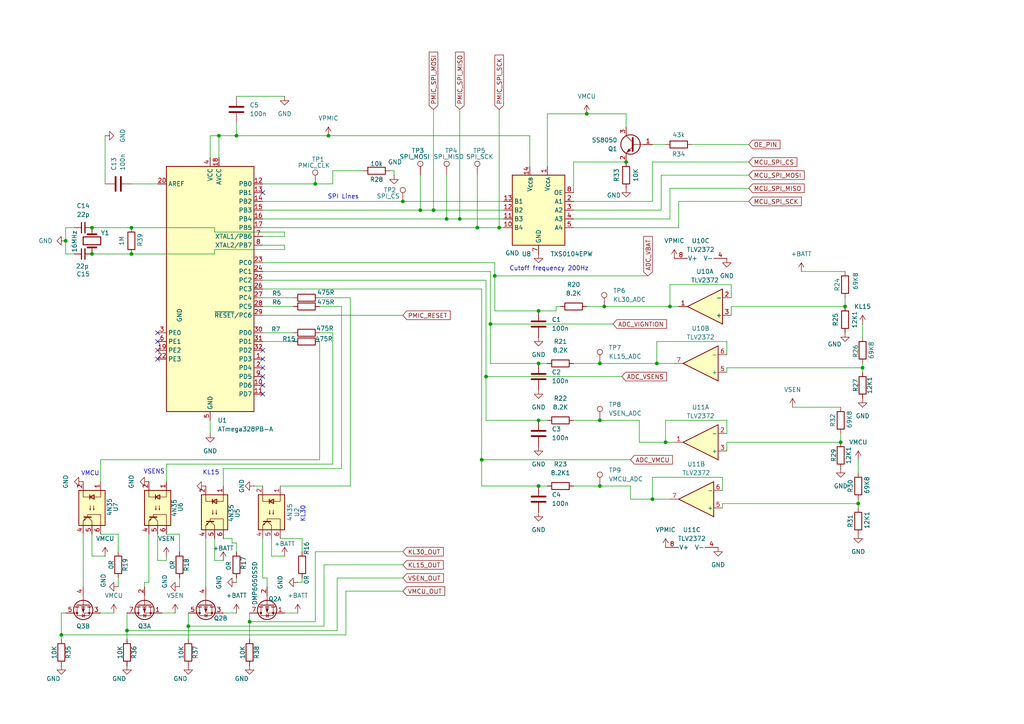
<source format=kicad_sch>
(kicad_sch (version 20250114) (generator "eeschema") (generator_version "9.0")
  (paper "A4")
  (lib_symbols
    (symbol "Amplifier_Operational:TLV2372" (pin_names (offset 0.127))
      (property "Reference" "U" (at 0 5.08 0))
      (property "Value" "TLV2372" (at 0 -5.08 0))
      (symbol "TLV2372_1_1"
        (pin input line (at -7.62 2.54 0) (length 2.54) (name "+") (number "3"))
        (pin input line (at -7.62 -2.54 0) (length 2.54) (name "-") (number "2"))
        (pin output line (at 7.62 0 180) (length 2.54) (name "~") (number "1"))
      )
      (symbol "TLV2372_2_1"
        (pin input line (at -7.62 2.54 0) (length 2.54) (name "+") (number "5"))
        (pin input line (at -7.62 -2.54 0) (length 2.54) (name "-") (number "6"))
        (pin output line (at 7.62 0 180) (length 2.54) (name "~") (number "7"))
      )
      (symbol "TLV2372_3_1"
        (pin power_in line (at -2.54 7.62 270) (length 3.81) (name "V+") (number "8"))
        (pin power_in line (at -2.54 -7.62 90) (length 3.81) (name "V-") (number "4"))
      )
    )
    (symbol "Connector:TestPoint" (pin_numbers (hide yes)) (pin_names (offset 0.762) (hide yes))
      (property "Reference" "TP" (at 0 6.858 0))
      (property "Value" "TestPoint" (at 0 5.08 0))
      (symbol "TestPoint_1_1"
        (pin passive line (at 0 0 90) (length 2.54) (name "1") (number "1"))
      )
    )
    (symbol "Device:C" (pin_numbers (hide yes)) (pin_names (offset 0.254))
      (property "Reference" "C" (at 0.635 2.54 0))
      (property "Value" "C" (at 0.635 -2.54 0))
      (symbol "C_1_1"
        (pin passive line (at 0 3.81 270) (length 2.794) (name "~") (number "1"))
        (pin passive line (at 0 -3.81 90) (length 2.794) (name "~") (number "2"))
      )
    )
    (symbol "Device:C_Small" (pin_numbers (hide yes)) (pin_names (offset 0.254) (hide yes))
      (property "Reference" "C" (at 0.254 1.778 0))
      (property "Value" "C_Small" (at 0.254 -2.032 0))
      (symbol "C_Small_1_1"
        (pin passive line (at 0 2.54 270) (length 2.032) (name "~") (number "1"))
        (pin passive line (at 0 -2.54 90) (length 2.032) (name "~") (number "2"))
      )
    )
    (symbol "Device:Crystal" (pin_numbers (hide yes)) (pin_names (offset 1.016) (hide yes))
      (property "Reference" "Y" (at 0 3.81 0))
      (property "Value" "Crystal" (at 0 -3.81 0))
      (symbol "Crystal_1_1"
        (pin passive line (at -3.81 0 0) (length 1.27) (name "1") (number "1"))
        (pin passive line (at 3.81 0 180) (length 1.27) (name "2") (number "2"))
      )
    )
    (symbol "Device:R" (pin_numbers (hide yes)) (pin_names (offset 0))
      (property "Reference" "R" (at 2.032 0 90))
      (property "Value" "R" (at 0 0 90))
      (symbol "R_1_1"
        (pin passive line (at 0 3.81 270) (length 1.27) (name "~") (number "1"))
        (pin passive line (at 0 -3.81 90) (length 1.27) (name "~") (number "2"))
      )
    )
    (symbol "Isolator:4N35" (pin_names (offset 1.016))
      (property "Reference" "U" (at -5.08 5.08 0))
      (property "Value" "4N35" (at 0 5.08 0))
      (symbol "4N35_1_1"
        (pin passive line (at -7.62 2.54 0) (length 2.54) (name "~") (number "1"))
        (pin passive line (at -7.62 -2.54 0) (length 2.54) (name "~") (number "2"))
        (pin no_connect line (at -5.08 0 0) (length 2.54) (hide yes) (name "NC") (number "3"))
        (pin passive line (at 7.62 2.54 180) (length 2.54) (name "~") (number "6"))
        (pin passive line (at 7.62 0 180) (length 2.54) (name "~") (number "5"))
        (pin passive line (at 7.62 -2.54 180) (length 2.54) (name "~") (number "4"))
      )
    )
    (symbol "Logic_LevelTranslator:TXS0104EPW"
      (property "Reference" "U" (at -7.62 11.43 0))
      (property "Value" "TXS0104EPW" (at 3.81 11.43 0))
      (symbol "TXS0104EPW_1_0"
        (pin no_connect line (at -7.62 -7.62 0) (length 2.54) (hide yes) (name "NC") (number "6"))
        (pin no_connect line (at 7.62 -7.62 180) (length 2.54) (hide yes) (name "NC") (number "9"))
      )
      (symbol "TXS0104EPW_1_1"
        (pin input line (at -10.16 5.08 0) (length 2.54) (name "OE") (number "8"))
        (pin bidirectional line (at -10.16 2.54 0) (length 2.54) (name "A1") (number "2"))
        (pin bidirectional line (at -10.16 0 0) (length 2.54) (name "A2") (number "3"))
        (pin bidirectional line (at -10.16 -2.54 0) (length 2.54) (name "A3") (number "4"))
        (pin bidirectional line (at -10.16 -5.08 0) (length 2.54) (name "A4") (number "5"))
        (pin power_in line (at -2.54 12.7 270) (length 2.54) (name "V_{CCA}") (number "1"))
        (pin power_in line (at 0 -12.7 90) (length 2.54) (name "GND") (number "7"))
        (pin power_in line (at 2.54 12.7 270) (length 2.54) (name "V_{CCB}") (number "14"))
        (pin bidirectional line (at 10.16 2.54 180) (length 2.54) (name "B1") (number "13"))
        (pin bidirectional line (at 10.16 0 180) (length 2.54) (name "B2") (number "12"))
        (pin bidirectional line (at 10.16 -2.54 180) (length 2.54) (name "B3") (number "11"))
        (pin bidirectional line (at 10.16 -5.08 180) (length 2.54) (name "B4") (number "10"))
      )
    )
    (symbol "MCU_Microchip_ATmega:ATmega328PB-A"
      (property "Reference" "U" (at -12.7 36.83 0))
      (property "Value" "ATmega328PB-A" (at 2.54 -36.83 0))
      (symbol "ATmega328PB-A_1_1"
        (pin passive line (at -15.24 30.48 0) (length 2.54) (name "AREF") (number "20"))
        (pin bidirectional line (at -15.24 -12.7 0) (length 2.54) (name "PE0") (number "3"))
        (pin bidirectional line (at -15.24 -15.24 0) (length 2.54) (name "PE1") (number "6"))
        (pin bidirectional line (at -15.24 -17.78 0) (length 2.54) (name "PE2") (number "19"))
        (pin bidirectional line (at -15.24 -20.32 0) (length 2.54) (name "PE3") (number "22"))
        (pin power_in line (at 0 38.1 270) (length 2.54) (name "VCC") (number "4"))
        (pin passive line (at 0 -38.1 90) (length 2.54) (hide yes) (name "GND") (number "21"))
        (pin power_in line (at 0 -38.1 90) (length 2.54) (name "GND") (number "5"))
        (pin power_in line (at 2.54 38.1 270) (length 2.54) (name "AVCC") (number "18"))
        (pin bidirectional line (at 15.24 30.48 180) (length 2.54) (name "PB0") (number "12"))
        (pin bidirectional line (at 15.24 27.94 180) (length 2.54) (name "PB1") (number "13"))
        (pin bidirectional line (at 15.24 25.4 180) (length 2.54) (name "PB2") (number "14"))
        (pin bidirectional line (at 15.24 22.86 180) (length 2.54) (name "PB3") (number "15"))
        (pin bidirectional line (at 15.24 20.32 180) (length 2.54) (name "PB4") (number "16"))
        (pin bidirectional line (at 15.24 17.78 180) (length 2.54) (name "PB5") (number "17"))
        (pin bidirectional line (at 15.24 15.24 180) (length 2.54) (name "XTAL1/PB6") (number "7"))
        (pin bidirectional line (at 15.24 12.7 180) (length 2.54) (name "XTAL2/PB7") (number "8"))
        (pin bidirectional line (at 15.24 7.62 180) (length 2.54) (name "PC0") (number "23"))
        (pin bidirectional line (at 15.24 5.08 180) (length 2.54) (name "PC1") (number "24"))
        (pin bidirectional line (at 15.24 2.54 180) (length 2.54) (name "PC2") (number "25"))
        (pin bidirectional line (at 15.24 0 180) (length 2.54) (name "PC3") (number "26"))
        (pin bidirectional line (at 15.24 -2.54 180) (length 2.54) (name "PC4") (number "27"))
        (pin bidirectional line (at 15.24 -5.08 180) (length 2.54) (name "PC5") (number "28"))
        (pin bidirectional line (at 15.24 -7.62 180) (length 2.54) (name "~{RESET}/PC6") (number "29"))
        (pin bidirectional line (at 15.24 -12.7 180) (length 2.54) (name "PD0") (number "30"))
        (pin bidirectional line (at 15.24 -15.24 180) (length 2.54) (name "PD1") (number "31"))
        (pin bidirectional line (at 15.24 -17.78 180) (length 2.54) (name "PD2") (number "32"))
        (pin bidirectional line (at 15.24 -20.32 180) (length 2.54) (name "PD3") (number "1"))
        (pin bidirectional line (at 15.24 -22.86 180) (length 2.54) (name "PD4") (number "2"))
        (pin bidirectional line (at 15.24 -25.4 180) (length 2.54) (name "PD5") (number "9"))
        (pin bidirectional line (at 15.24 -27.94 180) (length 2.54) (name "PD6") (number "10"))
        (pin bidirectional line (at 15.24 -30.48 180) (length 2.54) (name "PD7") (number "11"))
      )
    )
    (symbol "Transistor_BJT:SS8050" (pin_names (offset 0) (hide yes))
      (property "Reference" "Q" (at 5.08 1.905 0))
      (property "Value" "SS8050" (at 5.08 0 0))
      (symbol "SS8050_1_1"
        (pin input line (at -5.08 0 0) (length 2.54) (name "B") (number "1"))
        (pin passive line (at 2.54 5.08 270) (length 2.54) (name "C") (number "3"))
        (pin passive line (at 2.54 -5.08 90) (length 2.54) (name "E") (number "2"))
      )
    )
    (symbol "Transistor_FET:DMP6050SSD" (pin_names (hide yes))
      (property "Reference" "Q" (at 5.08 1.905 0))
      (property "Value" "DMP6050SSD" (at 5.08 0 0))
      (symbol "DMP6050SSD_1_1"
        (pin input line (at -5.08 0 0) (length 2.54) (name "G1") (number "2"))
        (pin passive line (at 2.54 5.08 270) (length 2.54) (name "D1") (number "7"))
        (pin passive line (at 2.54 5.08 270) (length 2.54) (hide yes) (name "D1") (number "8"))
        (pin passive line (at 2.54 -5.08 90) (length 2.54) (name "S1") (number "1"))
      )
      (symbol "DMP6050SSD_2_1"
        (pin input line (at -5.08 0 0) (length 2.54) (name "G2") (number "4"))
        (pin passive line (at 2.54 5.08 270) (length 2.54) (name "D2") (number "5"))
        (pin passive line (at 2.54 5.08 270) (length 2.54) (hide yes) (name "D2") (number "6"))
        (pin passive line (at 2.54 -5.08 90) (length 2.54) (name "S2") (number "3"))
      )
    )
    (symbol "power:+3V3" (power) (pin_numbers (hide yes)) (pin_names (offset 0) (hide yes))
      (property "Value" "+3V3" (at 0 3.556 0))
      (symbol "+3V3_1_1"
        (pin power_in line (at 0 0 90) (length 0) (name "~") (number "1"))
      )
    )
    (symbol "power:+5V" (power) (pin_numbers (hide yes)) (pin_names (offset 0) (hide yes))
      (property "Value" "+5V" (at 0 3.556 0))
      (symbol "+5V_1_1"
        (pin power_in line (at 0 0 90) (length 0) (name "~") (number "1"))
      )
    )
    (symbol "power:+5VP" (power) (pin_numbers (hide yes)) (pin_names (offset 0) (hide yes))
      (property "Value" "+5VP" (at 0 3.556 0))
      (symbol "+5VP_1_1"
        (pin power_in line (at 0 0 90) (length 0) (name "~") (number "1"))
      )
    )
    (symbol "power:+BATT" (power) (pin_numbers (hide yes)) (pin_names (offset 0) (hide yes))
      (property "Value" "+BATT" (at 0 3.556 0))
      (symbol "+BATT_1_1"
        (pin power_in line (at 0 0 90) (length 0) (name "~") (number "1"))
      )
    )
    (symbol "power:+VSW" (power) (pin_numbers (hide yes)) (pin_names (offset 0) (hide yes))
      (property "Value" "+VSW" (at 0 3.556 0))
      (symbol "+VSW_1_1"
        (pin power_in line (at 0 0 90) (length 0) (name "~") (number "1"))
      )
    )
    (symbol "power:GND" (power) (pin_numbers (hide yes)) (pin_names (offset 0) (hide yes))
      (property "Value" "GND" (at 0 -3.81 0))
      (symbol "GND_1_1"
        (pin power_in line (at 0 0 270) (length 0) (name "~") (number "1"))
      )
    )
  )
  (text "KL15" (at 61.214 137.16 0) (effects (font (size 1.27 1.27))))
  (text "Cutoff frequency 200Hz" (at 159.258 77.978 0) (effects (font (size 1.27 1.27))))
  (text "VMCU" (at 26.162 137.414 0) (effects (font (size 1.27 1.27))))
  (text "KL30" (at 87.884 149.098 90) (effects (font (size 1.27 1.27))))
  (text "SPI Lines\n" (at 99.568 57.15 0) (effects (font (size 1.27 1.27))))
  (text "VSENS" (at 44.704 136.906 0) (effects (font (size 1.27 1.27))))
  (junction (at 142.24 93.98))
  (junction (at 156.21 90.17))
  (junction (at 243.84 128.27))
  (junction (at 116.84 58.42))
  (junction (at 121.92 60.96))
  (junction (at 250.19 106.68))
  (junction (at 26.67 73.66))
  (junction (at 125.73 60.96))
  (junction (at 190.5 105.41))
  (junction (at 36.83 182.88))
  (junction (at 19.05 69.85))
  (junction (at 17.78 184.15))
  (junction (at 173.99 121.92))
  (junction (at 54.61 181.61))
  (junction (at 139.7 133.35))
  (junction (at 143.51 80.01))
  (junction (at 194.31 88.9))
  (junction (at 91.44 53.34))
  (junction (at 170.18 33.02))
  (junction (at 156.21 105.41))
  (junction (at 138.43 66.04))
  (junction (at 245.11 88.9))
  (junction (at 181.61 46.99))
  (junction (at 95.25 39.37))
  (junction (at 38.1 73.66))
  (junction (at 173.99 105.41))
  (junction (at 173.99 140.97))
  (junction (at 129.54 63.5))
  (junction (at 144.78 66.04))
  (junction (at 26.67 66.04))
  (junction (at 248.92 146.05))
  (junction (at 156.21 121.92))
  (junction (at 68.58 39.37))
  (junction (at 72.39 180.34))
  (junction (at 133.35 63.5))
  (junction (at 38.1 66.04))
  (junction (at 189.23 144.78))
  (junction (at 175.26 88.9))
  (junction (at 156.21 140.97))
  (junction (at 63.5 39.37))
  (junction (at 140.97 109.22))
  (junction (at 193.04 128.27))
  (no_connect (at 76.2 104.14))
  (no_connect (at 76.2 114.3))
  (no_connect (at 45.72 96.52))
  (no_connect (at 45.72 104.14))
  (no_connect (at 76.2 111.76))
  (no_connect (at 45.72 99.06))
  (no_connect (at 76.2 106.68))
  (no_connect (at 76.2 55.88))
  (no_connect (at 45.72 101.6))
  (no_connect (at 76.2 109.22))
  (no_connect (at 76.2 101.6))
  (wire (pts (xy 166.37 46.99) (xy 166.37 55.88)))
  (wire (pts (xy 166.37 58.42) (xy 189.23 58.42)))
  (wire (pts (xy 200.66 41.91) (xy 217.17 41.91)))
  (wire (pts (xy 92.71 133.35) (xy 29.21 133.35)))
  (wire (pts (xy 196.85 66.04) (xy 196.85 58.42)))
  (wire (pts (xy 181.61 46.99) (xy 166.37 46.99)))
  (wire (pts (xy 190.5 105.41) (xy 195.58 105.41)))
  (wire (pts (xy 143.51 80.01) (xy 187.96 80.01)))
  (wire (pts (xy 245.11 88.9) (xy 212.09 88.9)))
  (wire (pts (xy 63.5 39.37) (xy 63.5 45.72)))
  (wire (pts (xy 189.23 144.78) (xy 194.31 144.78)))
  (wire (pts (xy 156.21 121.92) (xy 158.75 121.92)))
  (wire (pts (xy 68.58 167.64) (xy 68.58 168.91)))
  (wire (pts (xy 196.85 58.42) (xy 217.17 58.42)))
  (wire (pts (xy 62.23 67.31) (xy 82.55 67.31)))
  (wire (pts (xy 64.77 135.89) (xy 64.77 140.97)))
  (wire (pts (xy 162.56 88.9) (xy 161.29 88.9)))
  (wire (pts (xy 92.71 88.9) (xy 99.06 88.9)))
  (wire (pts (xy 140.97 109.22) (xy 180.34 109.22)))
  (wire (pts (xy 143.51 80.01) (xy 143.51 90.17)))
  (wire (pts (xy 19.05 69.85) (xy 19.05 73.66)))
  (wire (pts (xy 76.2 78.74) (xy 142.24 78.74)))
  (wire (pts (xy 60.96 39.37) (xy 60.96 45.72)))
  (wire (pts (xy 93.98 181.61) (xy 93.98 163.83)))
  (wire (pts (xy 133.35 63.5) (xy 146.05 63.5)))
  (wire (pts (xy 62.23 73.66) (xy 38.1 73.66)))
  (wire (pts (xy 92.71 99.06) (xy 92.71 133.35)))
  (wire (pts (xy 26.67 66.04) (xy 38.1 66.04)))
  (wire (pts (xy 156.21 90.17) (xy 161.29 90.17)))
  (wire (pts (xy 139.7 140.97) (xy 156.21 140.97)))
  (wire (pts (xy 156.21 105.41) (xy 158.75 105.41)))
  (wire (pts (xy 250.19 106.68) (xy 210.82 106.68)))
  (wire (pts (xy 100.33 184.15) (xy 100.33 171.45)))
  (wire (pts (xy 96.52 53.34) (xy 96.52 49.53)))
  (wire (pts (xy 97.79 182.88) (xy 97.79 167.64)))
  (wire (pts (xy 114.3 49.53) (xy 114.3 50.8)))
  (wire (pts (xy 30.48 161.29) (xy 26.67 161.29)))
  (wire (pts (xy 76.2 88.9) (xy 85.09 88.9)))
  (wire (pts (xy 34.29 167.64) (xy 34.29 170.18)))
  (wire (pts (xy 82.55 72.39) (xy 62.23 72.39)))
  (wire (pts (xy 248.92 146.05) (xy 248.92 147.32)))
  (wire (pts (xy 143.51 90.17) (xy 156.21 90.17)))
  (wire (pts (xy 82.55 67.31) (xy 82.55 68.58)))
  (wire (pts (xy 142.24 105.41) (xy 156.21 105.41)))
  (wire (pts (xy 121.92 60.96) (xy 125.73 60.96)))
  (wire (pts (xy 52.07 167.64) (xy 52.07 170.18)))
  (wire (pts (xy 59.69 156.21) (xy 59.69 170.18)))
  (wire (pts (xy 248.92 133.35) (xy 248.92 137.16)))
  (wire (pts (xy 26.67 161.29) (xy 26.67 154.94)))
  (wire (pts (xy 101.6 86.36) (xy 101.6 140.97)))
  (wire (pts (xy 91.44 160.02) (xy 116.84 160.02)))
  (wire (pts (xy 92.71 96.52) (xy 96.52 96.52)))
  (wire (pts (xy 30.48 53.34) (xy 30.48 39.37)))
  (wire (pts (xy 125.73 60.96) (xy 146.05 60.96)))
  (wire (pts (xy 158.75 33.02) (xy 158.75 48.26)))
  (wire (pts (xy 140.97 81.28) (xy 140.97 109.22)))
  (wire (pts (xy 97.79 167.64) (xy 116.84 167.64)))
  (wire (pts (xy 166.37 105.41) (xy 173.99 105.41)))
  (wire (pts (xy 68.58 39.37) (xy 68.58 35.56)))
  (wire (pts (xy 185.42 121.92) (xy 185.42 128.27)))
  (wire (pts (xy 170.18 33.02) (xy 181.61 33.02)))
  (wire (pts (xy 76.2 66.04) (xy 138.43 66.04)))
  (wire (pts (xy 210.82 125.73) (xy 210.82 121.92)))
  (wire (pts (xy 45.72 154.94) (xy 45.72 162.56)))
  (wire (pts (xy 210.82 106.68) (xy 210.82 107.95)))
  (wire (pts (xy 100.33 171.45) (xy 116.84 171.45)))
  (wire (pts (xy 138.43 50.8) (xy 138.43 66.04)))
  (wire (pts (xy 166.37 60.96) (xy 191.77 60.96)))
  (wire (pts (xy 68.58 27.94) (xy 82.55 27.94)))
  (wire (pts (xy 243.84 128.27) (xy 210.82 128.27)))
  (wire (pts (xy 46.99 177.8) (xy 50.8 177.8)))
  (wire (pts (xy 19.05 69.85) (xy 19.05 66.04)))
  (wire (pts (xy 17.78 184.15) (xy 100.33 184.15)))
  (wire (pts (xy 72.39 180.34) (xy 91.44 180.34)))
  (wire (pts (xy 248.92 144.78) (xy 248.92 146.05)))
  (wire (pts (xy 191.77 50.8) (xy 217.17 50.8)))
  (wire (pts (xy 67.31 157.48) (xy 68.58 157.48)))
  (wire (pts (xy 133.35 31.75) (xy 133.35 63.5)))
  (wire (pts (xy 144.78 66.04) (xy 146.05 66.04)))
  (wire (pts (xy 26.67 73.66) (xy 38.1 73.66)))
  (wire (pts (xy 62.23 66.04) (xy 62.23 67.31)))
  (wire (pts (xy 248.92 146.05) (xy 209.55 146.05)))
  (wire (pts (xy 113.03 49.53) (xy 114.3 49.53)))
  (wire (pts (xy 76.2 86.36) (xy 85.09 86.36)))
  (wire (pts (xy 175.26 88.9) (xy 194.31 88.9)))
  (wire (pts (xy 72.39 177.8) (xy 72.39 180.34)))
  (wire (pts (xy 189.23 41.91) (xy 193.04 41.91)))
  (wire (pts (xy 139.7 83.82) (xy 139.7 133.35)))
  (wire (pts (xy 68.58 39.37) (xy 63.5 39.37)))
  (wire (pts (xy 77.47 167.64) (xy 77.47 170.18)))
  (wire (pts (xy 181.61 33.02) (xy 181.61 36.83)))
  (wire (pts (xy 166.37 140.97) (xy 173.99 140.97)))
  (wire (pts (xy 189.23 46.99) (xy 217.17 46.99)))
  (wire (pts (xy 95.25 39.37) (xy 68.58 39.37)))
  (wire (pts (xy 87.63 156.21) (xy 81.28 156.21)))
  (wire (pts (xy 76.2 53.34) (xy 91.44 53.34)))
  (wire (pts (xy 78.74 161.29) (xy 82.55 161.29)))
  (wire (pts (xy 52.07 154.94) (xy 52.07 160.02)))
  (wire (pts (xy 76.2 167.64) (xy 77.47 167.64)))
  (wire (pts (xy 36.83 182.88) (xy 97.79 182.88)))
  (wire (pts (xy 29.21 154.94) (xy 34.29 154.94)))
  (wire (pts (xy 29.21 133.35) (xy 29.21 139.7)))
  (wire (pts (xy 250.19 106.68) (xy 250.19 107.95)))
  (wire (pts (xy 91.44 53.34) (xy 96.52 53.34)))
  (wire (pts (xy 161.29 88.9) (xy 161.29 90.17)))
  (wire (pts (xy 64.77 177.8) (xy 68.58 177.8)))
  (wire (pts (xy 17.78 184.15) (xy 17.78 177.8)))
  (wire (pts (xy 212.09 88.9) (xy 212.09 91.44)))
  (wire (pts (xy 48.26 161.29) (xy 48.26 162.56)))
  (wire (pts (xy 193.04 121.92) (xy 193.04 128.27)))
  (wire (pts (xy 76.2 58.42) (xy 116.84 58.42)))
  (wire (pts (xy 173.99 140.97) (xy 182.88 140.97)))
  (wire (pts (xy 76.2 140.97) (xy 73.66 140.97)))
  (wire (pts (xy 54.61 181.61) (xy 54.61 185.42)))
  (wire (pts (xy 245.11 86.36) (xy 245.11 88.9)))
  (wire (pts (xy 232.41 78.74) (xy 245.11 78.74)))
  (wire (pts (xy 19.05 66.04) (xy 21.59 66.04)))
  (wire (pts (xy 67.31 156.21) (xy 64.77 156.21)))
  (wire (pts (xy 91.44 180.34) (xy 91.44 160.02)))
  (wire (pts (xy 125.73 31.75) (xy 125.73 60.96)))
  (wire (pts (xy 142.24 93.98) (xy 177.8 93.98)))
  (wire (pts (xy 38.1 66.04) (xy 62.23 66.04)))
  (wire (pts (xy 92.71 86.36) (xy 101.6 86.36)))
  (wire (pts (xy 193.04 128.27) (xy 195.58 128.27)))
  (wire (pts (xy 62.23 156.21) (xy 62.23 162.56)))
  (wire (pts (xy 229.87 118.11) (xy 243.84 118.11)))
  (wire (pts (xy 209.55 142.24) (xy 209.55 138.43)))
  (wire (pts (xy 175.26 88.9) (xy 170.18 88.9)))
  (wire (pts (xy 189.23 138.43) (xy 189.23 144.78)))
  (wire (pts (xy 76.2 76.2) (xy 143.51 76.2)))
  (wire (pts (xy 82.55 71.12) (xy 82.55 72.39)))
  (wire (pts (xy 139.7 133.35) (xy 139.7 140.97)))
  (wire (pts (xy 194.31 63.5) (xy 194.31 54.61)))
  (wire (pts (xy 68.58 157.48) (xy 68.58 160.02)))
  (wire (pts (xy 143.51 76.2) (xy 143.51 80.01)))
  (wire (pts (xy 144.78 31.75) (xy 144.78 66.04)))
  (wire (pts (xy 76.2 60.96) (xy 121.92 60.96)))
  (wire (pts (xy 17.78 185.42) (xy 17.78 184.15)))
  (wire (pts (xy 36.83 182.88) (xy 36.83 185.42)))
  (wire (pts (xy 76.2 63.5) (xy 129.54 63.5)))
  (wire (pts (xy 140.97 121.92) (xy 156.21 121.92)))
  (wire (pts (xy 153.67 39.37) (xy 153.67 48.26)))
  (wire (pts (xy 76.2 96.52) (xy 85.09 96.52)))
  (wire (pts (xy 182.88 133.35) (xy 139.7 133.35)))
  (wire (pts (xy 96.52 49.53) (xy 105.41 49.53)))
  (wire (pts (xy 158.75 33.02) (xy 170.18 33.02)))
  (wire (pts (xy 76.2 71.12) (xy 82.55 71.12)))
  (wire (pts (xy 76.2 83.82) (xy 139.7 83.82)))
  (wire (pts (xy 212.09 82.55) (xy 194.31 82.55)))
  (wire (pts (xy 17.78 177.8) (xy 19.05 177.8)))
  (wire (pts (xy 93.98 163.83) (xy 116.84 163.83)))
  (wire (pts (xy 60.96 121.92) (xy 60.96 125.73)))
  (wire (pts (xy 185.42 128.27) (xy 193.04 128.27)))
  (wire (pts (xy 210.82 99.06) (xy 190.5 99.06)))
  (wire (pts (xy 209.55 138.43) (xy 189.23 138.43)))
  (wire (pts (xy 62.23 162.56) (xy 64.77 162.56)))
  (wire (pts (xy 76.2 99.06) (xy 85.09 99.06)))
  (wire (pts (xy 41.91 168.91) (xy 41.91 170.18)))
  (wire (pts (xy 210.82 128.27) (xy 210.82 130.81)))
  (wire (pts (xy 48.26 134.62) (xy 96.52 134.62)))
  (wire (pts (xy 182.88 144.78) (xy 189.23 144.78)))
  (wire (pts (xy 210.82 102.87) (xy 210.82 99.06)))
  (wire (pts (xy 54.61 181.61) (xy 93.98 181.61)))
  (wire (pts (xy 78.74 156.21) (xy 78.74 161.29)))
  (wire (pts (xy 72.39 180.34) (xy 72.39 185.42)))
  (wire (pts (xy 87.63 168.91) (xy 86.36 168.91)))
  (wire (pts (xy 166.37 66.04) (xy 196.85 66.04)))
  (wire (pts (xy 166.37 121.92) (xy 173.99 121.92)))
  (wire (pts (xy 48.26 134.62) (xy 48.26 139.7)))
  (wire (pts (xy 60.96 39.37) (xy 63.5 39.37)))
  (wire (pts (xy 194.31 54.61) (xy 217.17 54.61)))
  (wire (pts (xy 96.52 96.52) (xy 96.52 134.62)))
  (wire (pts (xy 19.05 73.66) (xy 21.59 73.66)))
  (wire (pts (xy 129.54 50.8) (xy 129.54 63.5)))
  (wire (pts (xy 48.26 154.94) (xy 52.07 154.94)))
  (wire (pts (xy 129.54 63.5) (xy 133.35 63.5)))
  (wire (pts (xy 45.72 162.56) (xy 48.26 162.56)))
  (wire (pts (xy 82.55 68.58) (xy 76.2 68.58)))
  (wire (pts (xy 189.23 58.42) (xy 189.23 46.99)))
  (wire (pts (xy 173.99 105.41) (xy 190.5 105.41)))
  (wire (pts (xy 116.84 58.42) (xy 146.05 58.42)))
  (wire (pts (xy 191.77 60.96) (xy 191.77 50.8)))
  (wire (pts (xy 99.06 88.9) (xy 99.06 135.89)))
  (wire (pts (xy 194.31 88.9) (xy 196.85 88.9)))
  (wire (pts (xy 209.55 146.05) (xy 209.55 147.32)))
  (wire (pts (xy 54.61 177.8) (xy 54.61 181.61)))
  (wire (pts (xy 87.63 156.21) (xy 87.63 160.02)))
  (wire (pts (xy 36.83 177.8) (xy 36.83 182.88)))
  (wire (pts (xy 138.43 66.04) (xy 144.78 66.04)))
  (wire (pts (xy 29.21 177.8) (xy 33.02 177.8)))
  (wire (pts (xy 76.2 81.28) (xy 140.97 81.28)))
  (wire (pts (xy 166.37 63.5) (xy 194.31 63.5)))
  (wire (pts (xy 140.97 109.22) (xy 140.97 121.92)))
  (wire (pts (xy 210.82 121.92) (xy 193.04 121.92)))
  (wire (pts (xy 250.19 93.98) (xy 250.19 97.79)))
  (wire (pts (xy 156.21 140.97) (xy 158.75 140.97)))
  (wire (pts (xy 76.2 156.21) (xy 76.2 167.64)))
  (wire (pts (xy 99.06 135.89) (xy 64.77 135.89)))
  (wire (pts (xy 194.31 82.55) (xy 194.31 88.9)))
  (wire (pts (xy 43.18 154.94) (xy 43.18 168.91)))
  (wire (pts (xy 243.84 125.73) (xy 243.84 128.27)))
  (wire (pts (xy 82.55 177.8) (xy 86.36 177.8)))
  (wire (pts (xy 43.18 168.91) (xy 41.91 168.91)))
  (wire (pts (xy 67.31 157.48) (xy 67.31 156.21)))
  (wire (pts (xy 34.29 154.94) (xy 34.29 160.02)))
  (wire (pts (xy 62.23 72.39) (xy 62.23 73.66)))
  (wire (pts (xy 142.24 78.74) (xy 142.24 93.98)))
  (wire (pts (xy 81.28 140.97) (xy 101.6 140.97)))
  (wire (pts (xy 95.25 39.37) (xy 153.67 39.37)))
  (wire (pts (xy 38.1 53.34) (xy 45.72 53.34)))
  (wire (pts (xy 87.63 167.64) (xy 87.63 168.91)))
  (wire (pts (xy 121.92 50.8) (xy 121.92 60.96)))
  (wire (pts (xy 24.13 154.94) (xy 24.13 170.18)))
  (wire (pts (xy 173.99 121.92) (xy 185.42 121.92)))
  (wire (pts (xy 212.09 86.36) (xy 212.09 82.55)))
  (wire (pts (xy 250.19 105.41) (xy 250.19 106.68)))
  (wire (pts (xy 190.5 99.06) (xy 190.5 105.41)))
  (wire (pts (xy 142.24 93.98) (xy 142.24 105.41)))
  (wire (pts (xy 76.2 91.44) (xy 116.84 91.44)))
  (wire (pts (xy 182.88 140.97) (xy 182.88 144.78)))
  (global_label "MCU_SPI_MOSI" (shape input) (at 217.17 50.8 0) (property "Intersheetrefs" "${INTERSHEET_REFS}" (effects (hide yes))))
  (global_label "KL15_OUT" (shape input) (at 116.84 163.83 0) (property "Intersheetrefs" "${INTERSHEET_REFS}" (effects (hide yes))))
  (global_label "OE_PIN" (shape input) (at 217.17 41.91 0) (property "Intersheetrefs" "${INTERSHEET_REFS}" (effects (hide yes))))
  (global_label "ADC_VMCU" (shape input) (at 182.88 133.35 0) (property "Intersheetrefs" "${INTERSHEET_REFS}" (effects (hide yes))))
  (global_label "VSEN_OUT" (shape input) (at 116.84 167.64 0) (property "Intersheetrefs" "${INTERSHEET_REFS}" (effects (hide yes))))
  (global_label "PMIC_SPI_MOSI" (shape input) (at 125.73 31.75 90) (property "Intersheetrefs" "${INTERSHEET_REFS}" (effects (hide yes))))
  (global_label "KL30_OUT" (shape input) (at 116.84 160.02 0) (property "Intersheetrefs" "${INTERSHEET_REFS}" (effects (hide yes))))
  (global_label "ADC_VIGNTION" (shape input) (at 177.8 93.98 0) (property "Intersheetrefs" "${INTERSHEET_REFS}" (effects (hide yes))))
  (global_label "ADC_VBAT" (shape input) (at 187.96 80.01 90) (property "Intersheetrefs" "${INTERSHEET_REFS}" (effects (hide yes))))
  (global_label "MCU_SPI_SCK" (shape input) (at 217.17 58.42 0) (property "Intersheetrefs" "${INTERSHEET_REFS}" (effects (hide yes))))
  (global_label "MCU_SPI_MISO" (shape input) (at 217.17 54.61 0) (property "Intersheetrefs" "${INTERSHEET_REFS}" (effects (hide yes))))
  (global_label "PMIC_RESET" (shape input) (at 116.84 91.44 0) (property "Intersheetrefs" "${INTERSHEET_REFS}" (effects (hide yes))))
  (global_label "PMIC_SPI_SCK" (shape input) (at 144.78 31.75 90) (property "Intersheetrefs" "${INTERSHEET_REFS}" (effects (hide yes))))
  (global_label "MCU_SPI_CS" (shape input) (at 217.17 46.99 0) (property "Intersheetrefs" "${INTERSHEET_REFS}" (effects (hide yes))))
  (global_label "VMCU_OUT" (shape input) (at 116.84 171.45 0) (property "Intersheetrefs" "${INTERSHEET_REFS}" (effects (hide yes))))
  (global_label "ADC_VSENS" (shape input) (at 180.34 109.22 0) (property "Intersheetrefs" "${INTERSHEET_REFS}" (effects (hide yes))))
  (global_label "PMIC_SPI_MISO" (shape input) (at 133.35 31.75 90) (property "Intersheetrefs" "${INTERSHEET_REFS}" (effects (hide yes))))
  (symbol (lib_id "Connector:TestPoint") (at 173.99 121.92 0) (unit 1)
    (property "Reference" "TP8" (at 176.53 117.3479 0) (effects (justify left)))
    (property "Value" "VSEN_ADC" (at 176.53 119.8879 0) (effects (justify left)))
    (property "Footprint" "TestPoint:TestPoint_Pad_1.0x1.0mm" (effects (hide yes)))
    (property "Description" "test point" (effects (hide yes)))
  )
  (symbol (lib_id "power:+3V3") (at 33.02 177.8 0) (unit 1)
    (property "Reference" "#PWR053" (effects (hide yes)))
    (property "Value" "VMCU" (at 33.02 172.72 0))
    (property "Description" "Power symbol creates a global label with name \"+3V3\"" (effects (hide yes)))
  )
  (symbol (lib_id "Device:C") (at 156.21 125.73 0) (unit 1)
    (property "Reference" "C3" (at 160.02 124.4599 0) (effects (justify left)))
    (property "Value" "100n" (at 160.02 126.9999 0) (effects (justify left)))
    (property "Footprint" "Capacitor_SMD:C_0603_1608Metric_Pad1.08x0.95mm_HandSolder" (effects (hide yes)))
    (property "Description" "Unpolarized capacitor" (effects (hide yes)))
  )
  (symbol (lib_id "Device:C") (at 156.21 109.22 0) (unit 1)
    (property "Reference" "C2" (at 160.02 107.9499 0) (effects (justify left)))
    (property "Value" "100n" (at 160.02 110.4899 0) (effects (justify left)))
    (property "Footprint" "Capacitor_SMD:C_0603_1608Metric_Pad1.08x0.95mm_HandSolder" (effects (hide yes)))
    (property "Description" "Unpolarized capacitor" (effects (hide yes)))
  )
  (symbol (lib_id "Transistor_FET:DMP6050SSD") (at 41.91 175.26 90) (mirror x) (unit 1)
    (property "Reference" "Q3" (at 41.91 181.61 90))
    (property "Value" "DMP6050SSD" (effects (hide yes)))
    (property "Footprint" "Package_SO:SOIC-8_3.9x4.9mm_P1.27mm" (effects (hide yes)))
    (property "Datasheet" "https://www.diodes.com/assets/Datasheets/DMP6050SSD.pdf" (effects (hide yes)))
    (property "Description" "-11.3A Id, -60V Vds, P-Channel Power MOSFET, 55mOhm Ron, 11.9nC Qg (typ), SO-8" (effects (hide yes)))
  )
  (symbol (lib_id "power:GND") (at 17.78 193.04 0) (unit 1)
    (property "Reference" "#PWR058" (effects (hide yes)))
    (property "Value" "GND" (at 15.494 196.85 0))
    (property "Description" "Power symbol creates a global label with name \"GND\" , ground" (effects (hide yes)))
  )
  (symbol (lib_id "power:GND") (at 59.69 140.97 270) (unit 1)
    (property "Reference" "#PWR04" (effects (hide yes)))
    (property "Value" "GND" (at 52.07 91.44 0))
    (property "Description" "Power symbol creates a global label with name \"GND\" , ground" (effects (hide yes)))
  )
  (symbol (lib_id "Device:Crystal") (at 26.67 69.85 90) (unit 1)
    (property "Reference" "Y1" (at 29.21 67.564 90) (effects (justify right)))
    (property "Value" "16MHz" (at 21.59 66.802 0) (effects (justify right)))
    (property "Footprint" "Crystal:Crystal_HC52-8mm_Horizontal" (effects (hide yes)))
    (property "Description" "Two pin crystal" (effects (hide yes)))
  )
  (symbol (lib_id "Device:R") (at 181.61 50.8 0) (unit 1)
    (property "Reference" "R33" (at 178.816 50.8 90))
    (property "Value" "10K" (at 184.404 50.8 90))
    (property "Footprint" "Resistor_SMD:R_0603_1608Metric_Pad0.98x0.95mm_HandSolder" (effects (hide yes)))
    (property "Description" "Resistor" (effects (hide yes)))
  )
  (symbol (lib_id "Device:R") (at 52.07 163.83 0) (unit 1)
    (property "Reference" "R18" (at 54.102 163.83 90))
    (property "Value" "0R" (at 50.038 163.83 90))
    (property "Footprint" "Resistor_SMD:R_0603_1608Metric_Pad0.98x0.95mm_HandSolder" (effects (hide yes)))
    (property "Description" "Resistor" (effects (hide yes)))
  )
  (symbol (lib_id "Amplifier_Operational:TLV2372") (at 201.93 144.78 180) (unit 2)
    (property "Reference" "U11" (at 201.93 134.62 0))
    (property "Value" "TLV2372" (at 201.93 137.16 0))
    (property "Footprint" "Package_SO:SOIC-8_5.3x6.2mm_P1.27mm" (effects (hide yes)))
    (property "Datasheet" "http://www.ti.com/lit/ds/symlink/tlv2375.pdf" (effects (hide yes)))
    (property "Description" "Dual Rail-to-Rail Input/Output Operational Amplifier, DIP-8/SOIC-8/VSSOP-8" (effects (hide yes)))
  )
  (symbol (lib_id "power:+BATT") (at 86.36 177.8 0) (unit 1)
    (property "Reference" "#PWR059" (effects (hide yes)))
    (property "Value" "+BATT" (at 86.36 172.72 0))
    (property "Description" "Power symbol creates a global label with name \"+BATT\"" (effects (hide yes)))
  )
  (symbol (lib_id "power:GND") (at 114.3 50.8 0) (unit 1)
    (property "Reference" "#PWR047" (effects (hide yes)))
    (property "Value" "GND" (at 114.554 46.99 0))
    (property "Description" "Power symbol creates a global label with name \"GND\" , ground" (effects (hide yes)))
  )
  (symbol (lib_id "power:GND") (at 245.11 96.52 0) (unit 1)
    (property "Reference" "#PWR041" (effects (hide yes)))
    (property "Value" "GND" (at 242.062 99.822 0))
    (property "Description" "Power symbol creates a global label with name \"GND\" , ground" (effects (hide yes)))
  )
  (symbol (lib_id "Transistor_FET:DMP6050SSD") (at 59.69 175.26 90) (mirror x) (unit 2)
    (property "Reference" "Q2" (at 64.008 179.324 90))
    (property "Value" "DMP6050SSD" (effects (hide yes)))
    (property "Footprint" "Package_SO:SOIC-8_3.9x4.9mm_P1.27mm" (effects (hide yes)))
    (property "Datasheet" "https://www.diodes.com/assets/Datasheets/DMP6050SSD.pdf" (effects (hide yes)))
    (property "Description" "-11.3A Id, -60V Vds, P-Channel Power MOSFET, 55mOhm Ron, 11.9nC Qg (typ), SO-8" (effects (hide yes)))
  )
  (symbol (lib_id "power:GND") (at 210.82 74.93 0) (unit 1)
    (property "Reference" "#PWR040" (effects (hide yes)))
    (property "Value" "GND" (at 210.82 80.01 0))
    (property "Description" "Power symbol creates a global label with name \"GND\" , ground" (effects (hide yes)))
  )
  (symbol (lib_id "Device:C_Small") (at 24.13 66.04 90) (unit 1)
    (property "Reference" "C14" (at 24.1363 59.69 90))
    (property "Value" "22p" (at 24.1363 62.23 90))
    (property "Footprint" "Capacitor_SMD:C_0603_1608Metric_Pad1.08x0.95mm_HandSolder" (effects (hide yes)))
    (property "Description" "Unpolarized capacitor, small symbol" (effects (hide yes)))
  )
  (symbol (lib_id "Device:C") (at 34.29 53.34 90) (unit 1)
    (property "Reference" "C13" (at 33.0199 49.53 0) (effects (justify left)))
    (property "Value" "100n" (at 35.5599 49.53 0) (effects (justify left)))
    (property "Footprint" "Capacitor_SMD:C_0603_1608Metric_Pad1.08x0.95mm_HandSolder" (effects (hide yes)))
    (property "Description" "Unpolarized capacitor" (effects (hide yes)))
  )
  (symbol (lib_id "Connector:TestPoint") (at 173.99 140.97 0) (unit 1)
    (property "Reference" "TP9" (at 176.53 136.3979 0) (effects (justify left)))
    (property "Value" "VMCU_ADC" (at 176.53 138.9379 0) (effects (justify left)))
    (property "Footprint" "TestPoint:TestPoint_Pad_1.0x1.0mm" (effects (hide yes)))
    (property "Description" "test point" (effects (hide yes)))
  )
  (symbol (lib_id "Device:R") (at 166.37 88.9 90) (unit 1)
    (property "Reference" "R20" (at 166.37 82.55 90))
    (property "Value" "8.2K" (at 166.37 85.09 90))
    (property "Footprint" "Resistor_SMD:R_0603_1608Metric_Pad0.98x0.95mm_HandSolder" (effects (hide yes)))
    (property "Description" "Resistor" (effects (hide yes)))
  )
  (symbol (lib_id "power:GND") (at 30.48 39.37 90) (unit 1)
    (property "Reference" "#PWR045" (effects (hide yes)))
    (property "Value" "GND" (at 35.56 39.37 0))
    (property "Description" "Power symbol creates a global label with name \"GND\" , ground" (effects (hide yes)))
  )
  (symbol (lib_id "power:+3V3") (at 30.48 161.29 0) (unit 1)
    (property "Reference" "#PWR054" (effects (hide yes)))
    (property "Value" "VMCU" (at 30.48 156.21 0))
    (property "Description" "Power symbol creates a global label with name \"+3V3\"" (effects (hide yes)))
  )
  (symbol (lib_id "power:GND") (at 156.21 129.54 0) (unit 1)
    (property "Reference" "#PWR012" (effects (hide yes)))
    (property "Value" "GND" (at 156.21 134.62 0))
    (property "Description" "Power symbol creates a global label with name \"GND\" , ground" (effects (hide yes)))
  )
  (symbol (lib_id "power:GND") (at 82.55 27.94 0) (unit 1)
    (property "Reference" "#PWR038" (effects (hide yes)))
    (property "Value" "GND" (at 82.55 33.02 0))
    (property "Description" "Power symbol creates a global label with name \"GND\" , ground" (effects (hide yes)))
  )
  (symbol (lib_id "Device:R") (at 87.63 163.83 0) (unit 1)
    (property "Reference" "R16" (at 88.9 159.004 90))
    (property "Value" "0R" (at 88.9 168.148 90))
    (property "Footprint" "Resistor_SMD:R_0603_1608Metric_Pad0.98x0.95mm_HandSolder" (effects (hide yes)))
    (property "Description" "Resistor" (effects (hide yes)))
  )
  (symbol (lib_id "power:+BATT") (at 232.41 78.74 0) (unit 1)
    (property "Reference" "#PWR028" (effects (hide yes)))
    (property "Value" "+BATT" (at 232.41 73.66 0))
    (property "Description" "Power symbol creates a global label with name \"+BATT\"" (effects (hide yes)))
  )
  (symbol (lib_id "power:+5VP") (at 193.04 158.75 0) (unit 1)
    (property "Reference" "#PWR043" (effects (hide yes)))
    (property "Value" "VPMIC" (at 193.04 153.67 0))
    (property "Description" "Power symbol creates a global label with name \"+5VP\"" (effects (hide yes)))
  )
  (symbol (lib_id "power:GND") (at 156.21 73.66 0) (unit 1)
    (property "Reference" "#PWR010" (effects (hide yes)))
    (property "Value" "GND" (at 148.59 73.406 0))
    (property "Description" "Power symbol creates a global label with name \"GND\" , ground" (effects (hide yes)))
  )
  (symbol (lib_id "Connector:TestPoint") (at 173.99 105.41 0) (unit 1)
    (property "Reference" "TP7" (at 176.53 100.8379 0) (effects (justify left)))
    (property "Value" "KL15_ADC" (at 176.53 103.3779 0) (effects (justify left)))
    (property "Footprint" "TestPoint:TestPoint_Pad_1.0x1.0mm" (effects (hide yes)))
    (property "Description" "test point" (effects (hide yes)))
  )
  (symbol (lib_id "power:GND") (at 208.28 158.75 0) (unit 1)
    (property "Reference" "#PWR044" (effects (hide yes)))
    (property "Value" "GND" (at 208.28 163.83 0))
    (property "Description" "Power symbol creates a global label with name \"GND\" , ground" (effects (hide yes)))
  )
  (symbol (lib_id "power:+5V") (at 48.26 161.29 0) (unit 1)
    (property "Reference" "#PWR052" (effects (hide yes)))
    (property "Value" "VSEN" (at 48.26 156.21 0))
    (property "Description" "Power symbol creates a global label with name \"+5V\"" (effects (hide yes)))
  )
  (symbol (lib_id "power:GND") (at 52.07 170.18 270) (unit 1)
    (property "Reference" "#PWR08" (effects (hide yes)))
    (property "Value" "GND" (at 47.752 168.656 0))
    (property "Description" "Power symbol creates a global label with name \"GND\" , ground" (effects (hide yes)))
  )
  (symbol (lib_id "Device:R") (at 17.78 189.23 0) (unit 1)
    (property "Reference" "R35" (at 19.812 189.23 90))
    (property "Value" "10K" (at 15.748 189.23 90))
    (property "Footprint" "Resistor_SMD:R_0603_1608Metric_Pad0.98x0.95mm_HandSolder" (effects (hide yes)))
    (property "Description" "Resistor" (effects (hide yes)))
  )
  (symbol (lib_id "power:GND") (at 156.21 113.03 0) (unit 1)
    (property "Reference" "#PWR013" (effects (hide yes)))
    (property "Value" "GND" (at 156.21 118.11 0))
    (property "Description" "Power symbol creates a global label with name \"GND\" , ground" (effects (hide yes)))
  )
  (symbol (lib_id "Connector:TestPoint") (at 116.84 58.42 0) (unit 1)
    (property "Reference" "TP2" (at 111.252 55.118 0) (effects (justify left)))
    (property "Value" "SPI_CS" (at 109.22 56.896 0) (effects (justify left)))
    (property "Footprint" "TestPoint:TestPoint_Pad_1.0x1.0mm" (effects (hide yes)))
    (property "Description" "test point" (effects (hide yes)))
  )
  (symbol (lib_id "power:+5VP") (at 195.58 74.93 0) (unit 1)
    (property "Reference" "#PWR039" (effects (hide yes)))
    (property "Value" "VPMIC" (at 195.58 69.85 0))
    (property "Description" "Power symbol creates a global label with name \"+5VP\"" (effects (hide yes)))
  )
  (symbol (lib_id "Transistor_FET:DMP6050SSD") (at 24.13 175.26 90) (mirror x) (unit 2)
    (property "Reference" "Q3" (at 24.13 181.61 90))
    (property "Value" "DMP6050SSD" (effects (hide yes)))
    (property "Footprint" "Package_SO:SOIC-8_3.9x4.9mm_P1.27mm" (effects (hide yes)))
    (property "Datasheet" "https://www.diodes.com/assets/Datasheets/DMP6050SSD.pdf" (effects (hide yes)))
    (property "Description" "-11.3A Id, -60V Vds, P-Channel Power MOSFET, 55mOhm Ron, 11.9nC Qg (typ), SO-8" (effects (hide yes)))
  )
  (symbol (lib_id "Isolator:4N35") (at 45.72 147.32 270) (unit 1)
    (property "Reference" "U6" (at 52.324 147.066 0))
    (property "Value" "4N35" (at 50.546 147.32 0))
    (property "Footprint" "4N35S:4N35S" (effects (hide yes)))
    (property "Datasheet" "https://www.vishay.com/docs/81181/4n35.pdf" (effects (hide yes)))
    (property "Description" "Optocoupler, Phototransistor Output, with Base Connection, Vce 70V, CTR 100%, Viso 5000V, DIP6" (effects (hide yes)))
  )
  (symbol (lib_id "power:GND") (at 72.39 193.04 0) (unit 1)
    (property "Reference" "#PWR055" (effects (hide yes)))
    (property "Value" "GND" (at 70.104 196.85 0))
    (property "Description" "Power symbol creates a global label with name \"GND\" , ground" (effects (hide yes)))
  )
  (symbol (lib_id "MCU_Microchip_ATmega:ATmega328PB-A") (at 60.96 83.82 0) (unit 1)
    (property "Reference" "U1" (at 63.1033 121.92 0) (effects (justify left)))
    (property "Value" "ATmega328PB-A" (at 63.1033 124.46 0) (effects (justify left)))
    (property "Footprint" "Package_QFP:TQFP-32_7x7mm_P0.8mm" (effects (hide yes)))
    (property "Datasheet" "http://ww1.microchip.com/downloads/en/DeviceDoc/40001906C.pdf" (effects (hide yes)))
    (property "Description" "20MHz, 32kB Flash, 2kB SRAM, 1kB EEPROM, TQFP-32" (effects (hide yes)))
  )
  (symbol (lib_id "power:GND") (at 60.96 125.73 0) (unit 1)
    (property "Reference" "#PWR01" (effects (hide yes)))
    (property "Value" "GND" (at 60.96 130.81 0))
    (property "Description" "Power symbol creates a global label with name \"GND\" , ground" (effects (hide yes)))
  )
  (symbol (lib_id "Transistor_FET:DMP6050SSD") (at 77.47 175.26 90) (mirror x) (unit 1)
    (property "Reference" "Q2" (at 79.756 173.736 90))
    (property "Value" "DMP6050SSD" (at 73.914 169.164 0))
    (property "Footprint" "Package_SO:SOIC-8_3.9x4.9mm_P1.27mm" (effects (hide yes)))
    (property "Datasheet" "https://www.diodes.com/assets/Datasheets/DMP6050SSD.pdf" (effects (hide yes)))
    (property "Description" "-11.3A Id, -60V Vds, P-Channel Power MOSFET, 55mOhm Ron, 11.9nC Qg (typ), SO-8" (effects (hide yes)))
  )
  (symbol (lib_id "power:+BATT") (at 68.58 177.8 0) (unit 1)
    (property "Reference" "#PWR060" (effects (hide yes)))
    (property "Value" "+BATT" (at 68.58 172.72 0))
    (property "Description" "Power symbol creates a global label with name \"+BATT\"" (effects (hide yes)))
  )
  (symbol (lib_id "Device:R") (at 34.29 163.83 0) (unit 1)
    (property "Reference" "R19" (at 36.322 163.83 90))
    (property "Value" "0R" (at 32.258 163.83 90))
    (property "Footprint" "Resistor_SMD:R_0603_1608Metric_Pad0.98x0.95mm_HandSolder" (effects (hide yes)))
    (property "Description" "Resistor" (effects (hide yes)))
  )
  (symbol (lib_id "Device:R") (at 162.56 140.97 90) (unit 1)
    (property "Reference" "R23" (at 162.56 134.62 90))
    (property "Value" "8.2K1" (at 162.56 137.16 90))
    (property "Footprint" "Resistor_SMD:R_0603_1608Metric_Pad0.98x0.95mm_HandSolder" (effects (hide yes)))
    (property "Description" "Resistor" (effects (hide yes)))
  )
  (symbol (lib_id "power:GND") (at 156.21 97.79 0) (unit 1)
    (property "Reference" "#PWR027" (effects (hide yes)))
    (property "Value" "GND" (at 156.21 102.87 0))
    (property "Description" "Power symbol creates a global label with name \"GND\" , ground" (effects (hide yes)))
  )
  (symbol (lib_id "Device:C") (at 156.21 93.98 0) (unit 1)
    (property "Reference" "C1" (at 160.02 92.7099 0) (effects (justify left)))
    (property "Value" "100n" (at 160.02 95.2499 0) (effects (justify left)))
    (property "Footprint" "Capacitor_SMD:C_0603_1608Metric_Pad1.08x0.95mm_HandSolder" (effects (hide yes)))
    (property "Description" "Unpolarized capacitor" (effects (hide yes)))
  )
  (symbol (lib_id "power:GND") (at 43.18 139.7 270) (unit 1)
    (property "Reference" "#PWR03" (effects (hide yes)))
    (property "Value" "GND" (at 38.1 139.7 0))
    (property "Description" "Power symbol creates a global label with name \"GND\" , ground" (effects (hide yes)))
  )
  (symbol (lib_id "power:GND") (at 181.61 54.61 0) (unit 1)
    (property "Reference" "#PWR050" (effects (hide yes)))
    (property "Value" "GND" (at 178.054 56.642 0))
    (property "Description" "Power symbol creates a global label with name \"GND\" , ground" (effects (hide yes)))
  )
  (symbol (lib_id "Device:R") (at 248.92 140.97 0) (unit 1)
    (property "Reference" "R30" (at 246.634 140.97 90))
    (property "Value" "69K8" (at 251.46 140.716 90))
    (property "Footprint" "Resistor_SMD:R_0603_1608Metric_Pad0.98x0.95mm_HandSolder" (effects (hide yes)))
    (property "Description" "Resistor" (effects (hide yes)))
  )
  (symbol (lib_id "Amplifier_Operational:TLV2372") (at 203.2 128.27 180) (unit 1)
    (property "Reference" "U11" (at 203.2 118.11 0))
    (property "Value" "TLV2372" (at 203.2 120.65 0))
    (property "Footprint" "Package_SO:SOIC-8_5.3x6.2mm_P1.27mm" (effects (hide yes)))
    (property "Datasheet" "http://www.ti.com/lit/ds/symlink/tlv2375.pdf" (effects (hide yes)))
    (property "Description" "Dual Rail-to-Rail Input/Output Operational Amplifier, DIP-8/SOIC-8/VSSOP-8" (effects (hide yes)))
  )
  (symbol (lib_id "Isolator:4N35") (at 62.23 148.59 270) (unit 1)
    (property "Reference" "U5" (at 68.834 148.844 0))
    (property "Value" "4N35" (at 67.056 148.844 0))
    (property "Footprint" "4N35S:4N35S" (effects (hide yes)))
    (property "Datasheet" "https://www.vishay.com/docs/81181/4n35.pdf" (effects (hide yes)))
    (property "Description" "Optocoupler, Phototransistor Output, with Base Connection, Vce 70V, CTR 100%, Viso 5000V, DIP6" (effects (hide yes)))
  )
  (symbol (lib_id "Device:R") (at 88.9 96.52 90) (unit 1)
    (property "Reference" "R7" (at 80.01 95.504 90))
    (property "Value" "475R" (at 94.234 95.25 90))
    (property "Footprint" "Resistor_SMD:R_0603_1608Metric_Pad0.98x0.95mm_HandSolder" (effects (hide yes)))
    (property "Description" "Resistor" (effects (hide yes)))
  )
  (symbol (lib_id "power:GND") (at 36.83 193.04 0) (unit 1)
    (property "Reference" "#PWR057" (effects (hide yes)))
    (property "Value" "GND" (at 34.544 196.85 0))
    (property "Description" "Power symbol creates a global label with name \"GND\" , ground" (effects (hide yes)))
  )
  (symbol (lib_id "Device:R") (at 248.92 151.13 0) (unit 1)
    (property "Reference" "R31" (at 246.634 151.13 90))
    (property "Value" "12K1" (at 251.46 150.876 90))
    (property "Footprint" "Resistor_SMD:R_0603_1608Metric_Pad0.98x0.95mm_HandSolder" (effects (hide yes)))
    (property "Description" "Resistor" (effects (hide yes)))
  )
  (symbol (lib_id "power:GND") (at 24.13 139.7 270) (unit 1)
    (property "Reference" "#PWR02" (effects (hide yes)))
    (property "Value" "GND" (at 19.05 139.7 0))
    (property "Description" "Power symbol creates a global label with name \"GND\" , ground" (effects (hide yes)))
  )
  (symbol (lib_id "Device:R") (at 245.11 92.71 0) (unit 1)
    (property "Reference" "R25" (at 242.316 92.71 90))
    (property "Value" "12K1" (at 247.904 92.71 90))
    (property "Footprint" "Resistor_SMD:R_0603_1608Metric_Pad0.98x0.95mm_HandSolder" (effects (hide yes)))
    (property "Description" "Resistor" (effects (hide yes)))
  )
  (symbol (lib_id "power:GND") (at 54.61 193.04 0) (unit 1)
    (property "Reference" "#PWR056" (effects (hide yes)))
    (property "Value" "GND" (at 52.324 196.85 0))
    (property "Description" "Power symbol creates a global label with name \"GND\" , ground" (effects (hide yes)))
  )
  (symbol (lib_id "Device:C") (at 156.21 144.78 0) (unit 1)
    (property "Reference" "C4" (at 160.02 143.5099 0) (effects (justify left)))
    (property "Value" "100n" (at 160.02 146.0499 0) (effects (justify left)))
    (property "Footprint" "Capacitor_SMD:C_0603_1608Metric_Pad1.08x0.95mm_HandSolder" (effects (hide yes)))
    (property "Description" "Unpolarized capacitor" (effects (hide yes)))
  )
  (symbol (lib_id "Logic_LevelTranslator:TXS0104EPW") (at 156.21 60.96 0) (mirror y) (unit 1)
    (property "Reference" "U8" (at 154.0667 73.66 0) (effects (justify left)))
    (property "Value" "TXS0104EPW" (at 171.958 73.66 0) (effects (justify left)))
    (property "Footprint" "Package_SO:TSSOP-14_4.4x5mm_P0.65mm" (effects (hide yes)))
    (property "Datasheet" "www.ti.com/lit/ds/symlink/txs0104e.pdf" (effects (hide yes)))
    (property "Description" "Bidirectional  level-shifting voltage translator, TSSOP-14" (effects (hide yes)))
  )
  (symbol (lib_id "Device:R") (at 72.39 189.23 0) (unit 1)
    (property "Reference" "R38" (at 74.422 189.23 90))
    (property "Value" "10K" (at 70.358 189.23 90))
    (property "Footprint" "Resistor_SMD:R_0603_1608Metric_Pad0.98x0.95mm_HandSolder" (effects (hide yes)))
    (property "Description" "Resistor" (effects (hide yes)))
  )
  (symbol (lib_id "power:GND") (at 86.36 168.91 270) (unit 1)
    (property "Reference" "#PWR06" (effects (hide yes)))
    (property "Value" "GND" (at 81.28 168.91 0))
    (property "Description" "Power symbol creates a global label with name \"GND\" , ground" (effects (hide yes)))
  )
  (symbol (lib_id "Device:R") (at 196.85 41.91 90) (unit 1)
    (property "Reference" "R34" (at 196.85 44.704 90))
    (property "Value" "43k" (at 196.85 39.116 90))
    (property "Footprint" "Resistor_SMD:R_0603_1608Metric_Pad0.98x0.95mm_HandSolder" (effects (hide yes)))
    (property "Description" "Resistor" (effects (hide yes)))
  )
  (symbol (lib_id "power:GND") (at 243.84 135.89 0) (unit 1)
    (property "Reference" "#PWR046" (effects (hide yes)))
    (property "Value" "GND" (at 243.84 140.97 0))
    (property "Description" "Power symbol creates a global label with name \"GND\" , ground" (effects (hide yes)))
  )
  (symbol (lib_id "Isolator:4N35") (at 26.67 147.32 270) (unit 1)
    (property "Reference" "U7" (at 33.528 147.066 0))
    (property "Value" "4N35" (at 31.75 147.066 0))
    (property "Footprint" "4N35S:4N35S" (effects (hide yes)))
    (property "Datasheet" "https://www.vishay.com/docs/81181/4n35.pdf" (effects (hide yes)))
    (property "Description" "Optocoupler, Phototransistor Output, with Base Connection, Vce 70V, CTR 100%, Viso 5000V, DIP6" (effects (hide yes)))
  )
  (symbol (lib_id "Device:R") (at 88.9 99.06 90) (unit 1)
    (property "Reference" "R15" (at 83.82 98.298 90))
    (property "Value" "475R" (at 93.98 98.298 90))
    (property "Footprint" "Resistor_SMD:R_0603_1608Metric_Pad0.98x0.95mm_HandSolder" (effects (hide yes)))
    (property "Description" "Resistor" (effects (hide yes)))
  )
  (symbol (lib_id "Device:R") (at 36.83 189.23 0) (unit 1)
    (property "Reference" "R36" (at 38.862 189.23 90))
    (property "Value" "10K" (at 34.798 189.23 90))
    (property "Footprint" "Resistor_SMD:R_0603_1608Metric_Pad0.98x0.95mm_HandSolder" (effects (hide yes)))
    (property "Description" "Resistor" (effects (hide yes)))
  )
  (symbol (lib_id "Device:R") (at 88.9 86.36 90) (unit 1)
    (property "Reference" "R5" (at 80.264 85.09 90))
    (property "Value" "475R" (at 94.488 84.836 90))
    (property "Footprint" "Resistor_SMD:R_0603_1608Metric_Pad0.98x0.95mm_HandSolder" (effects (hide yes)))
    (property "Description" "Resistor" (effects (hide yes)))
  )
  (symbol (lib_id "power:+5V") (at 50.8 177.8 0) (unit 1)
    (property "Reference" "#PWR051" (effects (hide yes)))
    (property "Value" "VSEN" (at 50.8 172.72 0))
    (property "Description" "Power symbol creates a global label with name \"+5V\"" (effects (hide yes)))
  )
  (symbol (lib_id "power:GND") (at 73.66 140.97 270) (unit 1)
    (property "Reference" "#PWR05" (effects (hide yes)))
    (property "Value" "GND" (at 70.104 140.97 0))
    (property "Description" "Power symbol creates a global label with name \"GND\" , ground" (effects (hide yes)))
  )
  (symbol (lib_id "Device:R") (at 250.19 101.6 0) (unit 1)
    (property "Reference" "R26" (at 248.158 101.854 90))
    (property "Value" "69K8" (at 252.73 101.6 90))
    (property "Footprint" "Resistor_SMD:R_0603_1608Metric_Pad0.98x0.95mm_HandSolder" (effects (hide yes)))
    (property "Description" "Resistor" (effects (hide yes)))
  )
  (symbol (lib_id "Transistor_BJT:SS8050") (at 184.15 41.91 0) (mirror y) (unit 1)
    (property "Reference" "Q1" (at 179.07 43.1801 0) (effects (justify left)))
    (property "Value" "SS8050" (at 179.07 40.6401 0) (effects (justify left)))
    (property "Footprint" "Package_TO_SOT_SMD:TSOT-23_HandSoldering" (effects (hide yes)))
    (property "Datasheet" "http://www.secosgmbh.com/datasheet/products/SSMPTransistor/SOT-23/SS8050.pdf" (effects (hide yes)))
    (property "Description" "General Purpose NPN Transistor, 1.5A Ic, 25V Vce, SOT-23" (effects (hide yes)))
  )
  (symbol (lib_id "Device:C_Small") (at 24.13 73.66 90) (unit 1)
    (property "Reference" "C15" (at 24.13 79.502 90))
    (property "Value" "22p" (at 23.876 77.216 90))
    (property "Footprint" "Capacitor_SMD:C_0603_1608Metric_Pad1.08x0.95mm_HandSolder" (effects (hide yes)))
    (property "Description" "Unpolarized capacitor, small symbol" (effects (hide yes)))
  )
  (symbol (lib_id "Device:R") (at 162.56 121.92 90) (unit 1)
    (property "Reference" "R22" (at 162.56 115.57 90))
    (property "Value" "8.2K" (at 162.56 118.11 90))
    (property "Footprint" "Resistor_SMD:R_0603_1608Metric_Pad0.98x0.95mm_HandSolder" (effects (hide yes)))
    (property "Description" "Resistor" (effects (hide yes)))
  )
  (symbol (lib_id "Connector:TestPoint") (at 129.54 50.8 0) (unit 1)
    (property "Reference" "TP4" (at 129.032 43.688 0) (effects (justify left)))
    (property "Value" "SPI_MISO" (at 125.73 45.466 0) (effects (justify left)))
    (property "Footprint" "TestPoint:TestPoint_Pad_1.0x1.0mm" (effects (hide yes)))
    (property "Description" "test point" (effects (hide yes)))
  )
  (symbol (lib_id "Connector:TestPoint") (at 121.92 50.8 0) (unit 1)
    (property "Reference" "TP3" (at 119.38 43.688 0) (effects (justify left)))
    (property "Value" "SPI_MOSI" (at 115.824 45.466 0) (effects (justify left)))
    (property "Footprint" "TestPoint:TestPoint_Pad_1.0x1.0mm" (effects (hide yes)))
    (property "Description" "test point" (effects (hide yes)))
  )
  (symbol (lib_id "power:+5VP") (at 95.25 39.37 0) (unit 1)
    (property "Reference" "#PWR037" (effects (hide yes)))
    (property "Value" "VPMIC" (at 95.25 34.29 0))
    (property "Description" "Power symbol creates a global label with name \"+5VP\"" (effects (hide yes)))
  )
  (symbol (lib_id "power:GND") (at 156.21 148.59 0) (unit 1)
    (property "Reference" "#PWR011" (effects (hide yes)))
    (property "Value" "GND" (at 156.21 153.67 0))
    (property "Description" "Power symbol creates a global label with name \"GND\" , ground" (effects (hide yes)))
  )
  (symbol (lib_id "power:GND") (at 68.58 168.91 270) (unit 1)
    (property "Reference" "#PWR07" (effects (hide yes)))
    (property "Value" "GND" (at 63.5 168.91 0))
    (property "Description" "Power symbol creates a global label with name \"GND\" , ground" (effects (hide yes)))
  )
  (symbol (lib_id "Device:R") (at 250.19 111.76 0) (unit 1)
    (property "Reference" "R27" (at 248.158 111.76 90))
    (property "Value" "12K1" (at 252.222 111.76 90))
    (property "Footprint" "Resistor_SMD:R_0603_1608Metric_Pad0.98x0.95mm_HandSolder" (effects (hide yes)))
    (property "Description" "Resistor" (effects (hide yes)))
  )
  (symbol (lib_id "Connector:TestPoint") (at 175.26 88.9 0) (unit 1)
    (property "Reference" "TP6" (at 177.8 84.3279 0) (effects (justify left)))
    (property "Value" "KL30_ADC" (at 177.8 86.8679 0) (effects (justify left)))
    (property "Footprint" "TestPoint:TestPoint_Pad_1.0x1.0mm" (effects (hide yes)))
    (property "Description" "test point" (effects (hide yes)))
  )
  (symbol (lib_id "Device:R") (at 243.84 132.08 0) (unit 1)
    (property "Reference" "R29" (at 241.808 132.08 90))
    (property "Value" "12K1" (at 246.126 132.08 90))
    (property "Footprint" "Resistor_SMD:R_0603_1608Metric_Pad0.98x0.95mm_HandSolder" (effects (hide yes)))
    (property "Description" "Resistor" (effects (hide yes)))
  )
  (symbol (lib_id "Amplifier_Operational:TLV2372") (at 203.2 72.39 90) (unit 3)
    (property "Reference" "U10" (at 203.2 69.85 90))
    (property "Value" "TLV2372" (at 203.2 72.39 90))
    (property "Footprint" "Package_SO:SOIC-8_5.3x6.2mm_P1.27mm" (effects (hide yes)))
    (property "Datasheet" "http://www.ti.com/lit/ds/symlink/tlv2375.pdf" (effects (hide yes)))
    (property "Description" "Dual Rail-to-Rail Input/Output Operational Amplifier, DIP-8/SOIC-8/VSSOP-8" (effects (hide yes)))
  )
  (symbol (lib_id "Device:R") (at 109.22 49.53 270) (unit 1)
    (property "Reference" "R28" (at 109.22 52.07 90))
    (property "Value" "10k" (at 109.22 47.498 90))
    (property "Footprint" "Resistor_SMD:R_0603_1608Metric_Pad0.98x0.95mm_HandSolder" (effects (hide yes)))
    (property "Description" "Resistor" (effects (hide yes)))
  )
  (symbol (lib_id "power:+3V3") (at 248.92 133.35 0) (unit 1)
    (property "Reference" "#PWR030" (effects (hide yes)))
    (property "Value" "VMCU" (at 248.92 128.27 0))
    (property "Description" "Power symbol creates a global label with name \"+3V3\"" (effects (hide yes)))
  )
  (symbol (lib_id "Device:R") (at 245.11 82.55 0) (unit 1)
    (property "Reference" "R24" (at 242.824 82.55 90))
    (property "Value" "69K8" (at 248.158 81.534 90))
    (property "Footprint" "Resistor_SMD:R_0603_1608Metric_Pad0.98x0.95mm_HandSolder" (effects (hide yes)))
    (property "Description" "Resistor" (effects (hide yes)))
  )
  (symbol (lib_id "power:+5V") (at 229.87 118.11 0) (unit 1)
    (property "Reference" "#PWR029" (effects (hide yes)))
    (property "Value" "VSEN" (at 229.87 113.03 0))
    (property "Description" "Power symbol creates a global label with name \"+5V\"" (effects (hide yes)))
  )
  (symbol (lib_id "Device:R") (at 243.84 121.92 0) (unit 1)
    (property "Reference" "R32" (at 241.554 121.92 90))
    (property "Value" "69K8" (at 246.38 121.666 90))
    (property "Footprint" "Resistor_SMD:R_0603_1608Metric_Pad0.98x0.95mm_HandSolder" (effects (hide yes)))
    (property "Description" "Resistor" (effects (hide yes)))
  )
  (symbol (lib_id "power:+3V3") (at 170.18 33.02 0) (unit 1)
    (property "Reference" "#PWR049" (effects (hide yes)))
    (property "Value" "VMCU" (at 170.18 27.94 0))
    (property "Description" "Power symbol creates a global label with name \"+3V3\"" (effects (hide yes)))
  )
  (symbol (lib_id "Amplifier_Operational:TLV2372") (at 203.2 105.41 180) (unit 2)
    (property "Reference" "U10" (at 203.2 95.25 0))
    (property "Value" "TLV2372" (at 203.2 97.79 0))
    (property "Footprint" "Package_SO:SOIC-8_5.3x6.2mm_P1.27mm" (effects (hide yes)))
    (property "Datasheet" "http://www.ti.com/lit/ds/symlink/tlv2375.pdf" (effects (hide yes)))
    (property "Description" "Dual Rail-to-Rail Input/Output Operational Amplifier, DIP-8/SOIC-8/VSSOP-8" (effects (hide yes)))
  )
  (symbol (lib_id "power:+BATT") (at 82.55 161.29 0) (unit 1)
    (property "Reference" "#PWR063" (effects (hide yes)))
    (property "Value" "+BATT" (at 82.55 157.734 0))
    (property "Description" "Power symbol creates a global label with name \"+BATT\"" (effects (hide yes)))
  )
  (symbol (lib_id "power:+BATT") (at 64.77 162.56 0) (unit 1)
    (property "Reference" "#PWR064" (effects (hide yes)))
    (property "Value" "+BATT" (at 64.77 159.004 0))
    (property "Description" "Power symbol creates a global label with name \"+BATT\"" (effects (hide yes)))
  )
  (symbol (lib_id "Device:R") (at 54.61 189.23 0) (unit 1)
    (property "Reference" "R37" (at 56.642 189.23 90))
    (property "Value" "10K" (at 52.578 189.23 90))
    (property "Footprint" "Resistor_SMD:R_0603_1608Metric_Pad0.98x0.95mm_HandSolder" (effects (hide yes)))
    (property "Description" "Resistor" (effects (hide yes)))
  )
  (symbol (lib_id "Connector:TestPoint") (at 91.44 53.34 0) (unit 1)
    (property "Reference" "TP1" (at 90.424 46.228 0) (effects (justify left)))
    (property "Value" "PMIC_CLK" (at 86.36 48.006 0) (effects (justify left)))
    (property "Footprint" "TestPoint:TestPoint_Pad_1.0x1.0mm" (effects (hide yes)))
    (property "Description" "test point" (effects (hide yes)))
  )
  (symbol (lib_id "Amplifier_Operational:TLV2372") (at 200.66 156.21 90) (unit 3)
    (property "Reference" "U11" (at 200.66 153.67 90))
    (property "Value" "TLV2372" (at 200.66 156.21 90))
    (property "Footprint" "Package_SO:SOIC-8_5.3x6.2mm_P1.27mm" (effects (hide yes)))
    (property "Datasheet" "http://www.ti.com/lit/ds/symlink/tlv2375.pdf" (effects (hide yes)))
    (property "Description" "Dual Rail-to-Rail Input/Output Operational Amplifier, DIP-8/SOIC-8/VSSOP-8" (effects (hide yes)))
  )
  (symbol (lib_id "Amplifier_Operational:TLV2372") (at 204.47 88.9 180) (unit 1)
    (property "Reference" "U10" (at 204.47 78.74 0))
    (property "Value" "TLV2372" (at 204.47 81.28 0))
    (property "Footprint" "Package_SO:SOIC-8_5.3x6.2mm_P1.27mm" (effects (hide yes)))
    (property "Datasheet" "http://www.ti.com/lit/ds/symlink/tlv2375.pdf" (effects (hide yes)))
    (property "Description" "Dual Rail-to-Rail Input/Output Operational Amplifier, DIP-8/SOIC-8/VSSOP-8" (effects (hide yes)))
  )
  (symbol (lib_id "power:GND") (at 34.29 170.18 270) (unit 1)
    (property "Reference" "#PWR09" (effects (hide yes)))
    (property "Value" "GND" (at 29.972 168.402 0))
    (property "Description" "Power symbol creates a global label with name \"GND\" , ground" (effects (hide yes)))
  )
  (symbol (lib_id "power:GND") (at 248.92 154.94 0) (unit 1)
    (property "Reference" "#PWR048" (effects (hide yes)))
    (property "Value" "GND" (at 248.92 160.02 0))
    (property "Description" "Power symbol creates a global label with name \"GND\" , ground" (effects (hide yes)))
  )
  (symbol (lib_id "power:GND") (at 19.05 69.85 270) (unit 1)
    (property "Reference" "#PWR061" (effects (hide yes)))
    (property "Value" "GND" (at 15.24 69.8499 90) (effects (justify right)))
    (property "Description" "Power symbol creates a global label with name \"GND\" , ground" (effects (hide yes)))
  )
  (symbol (lib_id "Device:R") (at 88.9 88.9 90) (unit 1)
    (property "Reference" "R6" (at 80.264 87.63 90))
    (property "Value" "475R" (at 94.488 87.63 90))
    (property "Footprint" "Resistor_SMD:R_0603_1608Metric_Pad0.98x0.95mm_HandSolder" (effects (hide yes)))
    (property "Description" "Resistor" (effects (hide yes)))
  )
  (symbol (lib_id "power:GND") (at 250.19 115.57 0) (unit 1)
    (property "Reference" "#PWR042" (effects (hide yes)))
    (property "Value" "GND" (at 250.19 120.65 0))
    (property "Description" "Power symbol creates a global label with name \"GND\" , ground" (effects (hide yes)))
  )
  (symbol (lib_id "Device:R") (at 162.56 105.41 90) (unit 1)
    (property "Reference" "R21" (at 162.56 99.06 90))
    (property "Value" "8.2K" (at 162.56 101.6 90))
    (property "Footprint" "Resistor_SMD:R_0603_1608Metric_Pad0.98x0.95mm_HandSolder" (effects (hide yes)))
    (property "Description" "Resistor" (effects (hide yes)))
  )
  (symbol (lib_id "Device:R") (at 38.1 69.85 180) (unit 1)
    (property "Reference" "R39" (at 40.64 69.596 90))
    (property "Value" "1M" (at 35.306 69.85 90))
    (property "Footprint" "Resistor_SMD:R_0603_1608Metric_Pad0.98x0.95mm_HandSolder" (effects (hide yes)))
    (property "Description" "Resistor" (effects (hide yes)))
  )
  (symbol (lib_id "power:+VSW") (at 250.19 93.98 0) (unit 1)
    (property "Reference" "#PWR031" (effects (hide yes)))
    (property "Value" "KL15" (at 250.19 88.9 0))
    (property "Description" "Power symbol creates a global label with name \"+VSW\"" (effects (hide yes)))
  )
  (symbol (lib_id "Device:R") (at 68.58 163.83 0) (unit 1)
    (property "Reference" "R17" (at 70.612 163.322 90))
    (property "Value" "0R" (at 66.294 164.084 90))
    (property "Footprint" "Resistor_SMD:R_0603_1608Metric_Pad0.98x0.95mm_HandSolder" (effects (hide yes)))
    (property "Description" "Resistor" (effects (hide yes)))
  )
  (symbol (lib_id "Isolator:4N35") (at 78.74 148.59 270) (unit 1)
    (property "Reference" "U2" (at 86.106 148.59 0))
    (property "Value" "4N35" (at 84.074 148.59 0))
    (property "Footprint" "4N35S:4N35S" (effects (hide yes)))
    (property "Datasheet" "https://www.vishay.com/docs/81181/4n35.pdf" (effects (hide yes)))
    (property "Description" "Optocoupler, Phototransistor Output, with Base Connection, Vce 70V, CTR 100%, Viso 5000V, DIP6" (effects (hide yes)))
  )
  (symbol (lib_id "Connector:TestPoint") (at 138.43 50.8 0) (unit 1)
    (property "Reference" "TP5" (at 137.16 43.688 0) (effects (justify left)))
    (property "Value" "SPI_SCK" (at 135.128 45.466 0) (effects (justify left)))
    (property "Footprint" "TestPoint:TestPoint_Pad_1.0x1.0mm" (effects (hide yes)))
    (property "Description" "test point" (effects (hide yes)))
  )
  (symbol (lib_id "Device:C") (at 68.58 31.75 0) (unit 1)
    (property "Reference" "C5" (at 72.39 30.4799 0) (effects (justify left)))
    (property "Value" "100n" (at 72.39 33.0199 0) (effects (justify left)))
    (property "Footprint" "Capacitor_SMD:C_0603_1608Metric_Pad1.08x0.95mm_HandSolder" (effects (hide yes)))
    (property "Description" "Unpolarized capacitor" (effects (hide yes)))
  )
)
</source>
